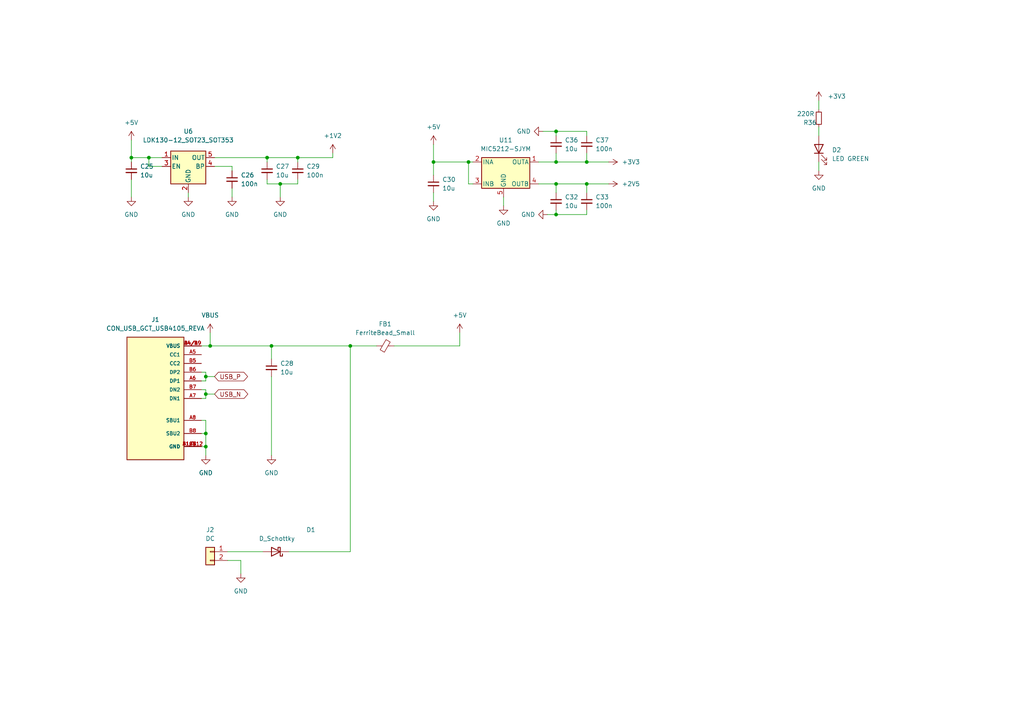
<source format=kicad_sch>
(kicad_sch (version 20211123) (generator eeschema)
  (paper "A4")
  (lib_symbols
    (symbol "1KiCadLib:CON_USB_GCT_USB4105_REVA" (pin_names (offset 1.016))
      (property "Reference" "J" (at -15.24 13.97 0))
      (property "Value" "CON_USB_GCT_USB4105_REVA" (at -12.7 -25.4 0))
      (symbol "CON_USB_GCT_USB4105_REVA_0_0"
        (rectangle (start -1.27 -22.86) (end 15.24 12.7) (stroke (width 0.254)) (fill (type background)))
        (pin power_in line (at 20.32 -19.05 180) (length 5.08) (name "GND") (number "A1/B12"))
        (pin power_in line (at 20.32 10.16 180) (length 5.08) (name "VBUS") (number "A4/B9"))
        (pin bidirectional line (at 20.32 7.62 180) (length 5.08) (name "CC1") (number "A5"))
        (pin bidirectional line (at 20.32 0 180) (length 5.08) (name "DP1") (number "A6"))
        (pin bidirectional line (at 20.32 -5.08 180) (length 5.08) (name "DN1") (number "A7"))
        (pin bidirectional line (at 20.32 -11.43 180) (length 5.08) (name "SBU1") (number "A8"))
        (pin power_in line (at 20.32 -19.05 180) (length 5.08) (name "GND") (number "B1/A12"))
        (pin power_in line (at 20.32 10.16 180) (length 5.08) (name "VBUS") (number "B4/A9"))
        (pin bidirectional line (at 20.32 5.08 180) (length 5.08) (name "CC2") (number "B5"))
        (pin bidirectional line (at 20.32 2.54 180) (length 5.08) (name "DP2") (number "B6"))
        (pin bidirectional line (at 20.32 -2.54 180) (length 5.08) (name "DN2") (number "B7"))
        (pin bidirectional line (at 20.32 -15.24 180) (length 5.08) (name "SBU2") (number "B8"))
        (pin power_in line (at 20.32 -19.05 180) (length 5.08) (name "GND") (number "G1"))
        (pin power_in line (at 20.32 -19.05 180) (length 5.08) (name "GND") (number "G2"))
        (pin power_in line (at 20.32 -19.05 180) (length 5.08) (name "GND") (number "G3"))
        (pin power_in line (at 20.32 -19.05 180) (length 5.08) (name "GND") (number "G4"))
      )
    )
    (symbol "1KiCadLib:MIC5212-SJYM" (pin_names (offset 0.254))
      (property "Reference" "U?" (at 0 10.16 0))
      (property "Value" "MIC5212-SJYM" (at 0 7.62 0))
      (symbol "MIC5212-SJYM_0_0"
        (pin power_in line (at -2.54 -7.62 90) (length 2.54) hide (name "GND") (number "6"))
        (pin power_in line (at -2.54 -7.62 90) (length 2.54) hide (name "GND") (number "7"))
        (pin power_in line (at -2.54 -7.62 90) (length 2.54) hide (name "GND") (number "8"))
      )
      (symbol "MIC5212-SJYM_0_1"
        (rectangle (start -8.89 3.81) (end 5.08 -5.08) (stroke (width 0.254)) (fill (type background)))
      )
      (symbol "MIC5212-SJYM_1_1"
        (pin power_out line (at 7.62 2.54 180) (length 2.54) (name "OUTA") (number "1"))
        (pin power_in line (at -11.43 2.54 0) (length 2.54) (name "INA") (number "2"))
        (pin power_in line (at -11.43 -3.81 0) (length 2.54) (name "INB") (number "3"))
        (pin power_out line (at 7.62 -3.81 180) (length 2.54) (name "OUTB") (number "4"))
        (pin power_in line (at -2.54 -7.62 90) (length 2.54) (name "GND") (number "5"))
      )
    )
    (symbol "Connector_Generic:Conn_01x02" (pin_names (offset 1.016) hide)
      (property "Reference" "J" (at 0 2.54 0))
      (property "Value" "Conn_01x02" (at 0 -5.08 0))
      (symbol "Conn_01x02_1_1"
        (rectangle (start -1.27 -2.413) (end 0 -2.667) (stroke (width 0.1524)))
        (rectangle (start -1.27 0.127) (end 0 -0.127) (stroke (width 0.1524)))
        (rectangle (start -1.27 1.27) (end 1.27 -3.81) (stroke (width 0.254)) (fill (type background)))
        (pin passive line (at -5.08 0 0) (length 3.81) (name "Pin_1") (number "1"))
        (pin passive line (at -5.08 -2.54 0) (length 3.81) (name "Pin_2") (number "2"))
      )
    )
    (symbol "Device:C_Small" (pin_numbers hide) (pin_names (offset 0.254) hide)
      (property "Reference" "C" (at 0.254 1.778 0))
      (property "Value" "C_Small" (at 0.254 -2.032 0))
      (symbol "C_Small_0_1"
        (polyline (pts (xy -1.524 -0.508) (xy 1.524 -0.508)) (stroke (width 0.3302)))
        (polyline (pts (xy -1.524 0.508) (xy 1.524 0.508)) (stroke (width 0.3048)))
      )
      (symbol "C_Small_1_1"
        (pin passive line (at 0 2.54 270) (length 2.032) (name "~") (number "1"))
        (pin passive line (at 0 -2.54 90) (length 2.032) (name "~") (number "2"))
      )
    )
    (symbol "Device:D_Schottky" (pin_numbers hide) (pin_names (offset 1.016) hide)
      (property "Reference" "D" (at 0 2.54 0))
      (property "Value" "D_Schottky" (at 0 -2.54 0))
      (symbol "D_Schottky_0_1"
        (polyline (pts (xy 1.27 0) (xy -1.27 0)))
        (polyline (pts (xy 1.27 1.27) (xy 1.27 -1.27) (xy -1.27 0) (xy 1.27 1.27)) (stroke (width 0.254)))
        (polyline (pts (xy -1.905 0.635) (xy -1.905 1.27) (xy -1.27 1.27) (xy -1.27 -1.27) (xy -0.635 -1.27) (xy -0.635 -0.635)) (stroke (width 0.254)))
      )
      (symbol "D_Schottky_1_1"
        (pin passive line (at -3.81 0 0) (length 2.54) (name "K") (number "1"))
        (pin passive line (at 3.81 0 180) (length 2.54) (name "A") (number "2"))
      )
    )
    (symbol "Device:FerriteBead_Small" (pin_numbers hide) (pin_names (offset 0))
      (property "Reference" "FB" (at 1.905 1.27 0))
      (property "Value" "FerriteBead_Small" (at 1.905 -1.27 0))
      (symbol "FerriteBead_Small_0_1"
        (polyline (pts (xy 0 -1.27) (xy 0 -0.7874)))
        (polyline (pts (xy 0 0.889) (xy 0 1.2954)))
        (polyline (pts (xy -1.8288 0.2794) (xy -1.1176 1.4986) (xy 1.8288 -0.2032) (xy 1.1176 -1.4224) (xy -1.8288 0.2794)))
      )
      (symbol "FerriteBead_Small_1_1"
        (pin passive line (at 0 2.54 270) (length 1.27) (name "~") (number "1"))
        (pin passive line (at 0 -2.54 90) (length 1.27) (name "~") (number "2"))
      )
    )
    (symbol "Device:LED" (pin_numbers hide) (pin_names (offset 1.016) hide)
      (property "Reference" "D" (at 0 2.54 0))
      (property "Value" "LED" (at 0 -2.54 0))
      (symbol "LED_0_1"
        (polyline (pts (xy -1.27 -1.27) (xy -1.27 1.27)) (stroke (width 0.254)))
        (polyline (pts (xy -1.27 0) (xy 1.27 0)))
        (polyline (pts (xy 1.27 -1.27) (xy 1.27 1.27) (xy -1.27 0) (xy 1.27 -1.27)) (stroke (width 0.254)))
        (polyline (pts (xy -3.048 -0.762) (xy -4.572 -2.286) (xy -3.81 -2.286) (xy -4.572 -2.286) (xy -4.572 -1.524)))
        (polyline (pts (xy -1.778 -0.762) (xy -3.302 -2.286) (xy -2.54 -2.286) (xy -3.302 -2.286) (xy -3.302 -1.524)))
      )
      (symbol "LED_1_1"
        (pin passive line (at -3.81 0 0) (length 2.54) (name "K") (number "1"))
        (pin passive line (at 3.81 0 180) (length 2.54) (name "A") (number "2"))
      )
    )
    (symbol "Device:R_Small" (pin_numbers hide) (pin_names (offset 0.254) hide)
      (property "Reference" "R" (at 0.762 0.508 0))
      (property "Value" "R_Small" (at 0.762 -1.016 0))
      (symbol "R_Small_0_1"
        (rectangle (start -0.762 1.778) (end 0.762 -1.778) (stroke (width 0.2032)))
      )
      (symbol "R_Small_1_1"
        (pin passive line (at 0 2.54 270) (length 0.762) (name "~") (number "1"))
        (pin passive line (at 0 -2.54 90) (length 0.762) (name "~") (number "2"))
      )
    )
    (symbol "Regulator_Linear:LDK130-12_SOT23_SOT353" (pin_names (offset 0.254))
      (property "Reference" "U" (at -3.81 5.715 0))
      (property "Value" "LDK130-12_SOT23_SOT353" (at 0 5.715 0))
      (symbol "LDK130-12_SOT23_SOT353_0_1"
        (rectangle (start -5.08 4.445) (end 5.08 -5.08) (stroke (width 0.254)) (fill (type background)))
      )
      (symbol "LDK130-12_SOT23_SOT353_1_1"
        (pin power_in line (at -7.62 2.54 0) (length 2.54) (name "IN") (number "1"))
        (pin power_in line (at 0 -7.62 90) (length 2.54) (name "GND") (number "2"))
        (pin input line (at -7.62 0 0) (length 2.54) (name "EN") (number "3"))
        (pin passive line (at 7.62 0 180) (length 2.54) (name "BP") (number "4"))
        (pin power_out line (at 7.62 2.54 180) (length 2.54) (name "OUT") (number "5"))
      )
    )
    (symbol "power:+1V2" (power) (pin_names (offset 0))
      (property "Value" "+1V2" (at 0 3.556 0))
      (symbol "+1V2_0_1"
        (polyline (pts (xy -0.762 1.27) (xy 0 2.54)))
        (polyline (pts (xy 0 0) (xy 0 2.54)))
        (polyline (pts (xy 0 2.54) (xy 0.762 1.27)))
      )
      (symbol "+1V2_1_1"
        (pin power_in line (at 0 0 90) (length 0) hide (name "+1V2") (number "1"))
      )
    )
    (symbol "power:+2V5" (power) (pin_names (offset 0))
      (property "Value" "+2V5" (at 0 3.556 0))
      (symbol "+2V5_0_1"
        (polyline (pts (xy -0.762 1.27) (xy 0 2.54)))
        (polyline (pts (xy 0 0) (xy 0 2.54)))
        (polyline (pts (xy 0 2.54) (xy 0.762 1.27)))
      )
      (symbol "+2V5_1_1"
        (pin power_in line (at 0 0 90) (length 0) hide (name "+2V5") (number "1"))
      )
    )
    (symbol "power:+3.3V" (power) (pin_names (offset 0))
      (property "Value" "+3.3V" (at 0 3.556 0))
      (symbol "+3.3V_0_1"
        (polyline (pts (xy -0.762 1.27) (xy 0 2.54)))
        (polyline (pts (xy 0 0) (xy 0 2.54)))
        (polyline (pts (xy 0 2.54) (xy 0.762 1.27)))
      )
      (symbol "+3.3V_1_1"
        (pin power_in line (at 0 0 90) (length 0) hide (name "+3V3") (number "1"))
      )
    )
    (symbol "power:+5V" (power) (pin_names (offset 0))
      (property "Value" "+5V" (at 0 3.556 0))
      (symbol "+5V_0_1"
        (polyline (pts (xy -0.762 1.27) (xy 0 2.54)))
        (polyline (pts (xy 0 0) (xy 0 2.54)))
        (polyline (pts (xy 0 2.54) (xy 0.762 1.27)))
      )
      (symbol "+5V_1_1"
        (pin power_in line (at 0 0 90) (length 0) hide (name "+5V") (number "1"))
      )
    )
    (symbol "power:GND" (power) (pin_names (offset 0))
      (property "Value" "GND" (at 0 -3.81 0))
      (symbol "GND_0_1"
        (polyline (pts (xy 0 0) (xy 0 -1.27) (xy 1.27 -1.27) (xy 0 -2.54) (xy -1.27 -1.27) (xy 0 -1.27)))
      )
      (symbol "GND_1_1"
        (pin power_in line (at 0 0 270) (length 0) hide (name "GND") (number "1"))
      )
    )
    (symbol "power:VBUS" (power) (pin_names (offset 0))
      (property "Value" "VBUS" (at 0 3.81 0))
      (symbol "VBUS_0_1"
        (polyline (pts (xy -0.762 1.27) (xy 0 2.54)))
        (polyline (pts (xy 0 0) (xy 0 2.54)))
        (polyline (pts (xy 0 2.54) (xy 0.762 1.27)))
      )
      (symbol "VBUS_1_1"
        (pin power_in line (at 0 0 90) (length 0) hide (name "VBUS") (number "1"))
      )
    )
  )
  (junction (at 81.28 53.34))
  (junction (at 77.47 45.72))
  (junction (at 59.69 109.22))
  (junction (at 43.18 45.72))
  (junction (at 59.69 125.73))
  (junction (at 125.73 46.99))
  (junction (at 170.18 46.99))
  (junction (at 59.69 129.54))
  (junction (at 38.1 45.72))
  (junction (at 59.69 114.3))
  (junction (at 161.29 46.99))
  (junction (at 161.29 53.34))
  (junction (at 135.89 46.99))
  (junction (at 86.36 45.72))
  (junction (at 60.96 100.33))
  (junction (at 161.29 38.1))
  (junction (at 101.6 100.33))
  (junction (at 161.29 62.23))
  (junction (at 170.18 53.34))
  (junction (at 78.74 100.33))
  (wire (pts (xy 78.74 100.33) (xy 101.6 100.33)))
  (wire (pts (xy 77.47 53.34) (xy 81.28 53.34)))
  (wire (pts (xy 58.42 107.95) (xy 59.69 107.95)))
  (wire (pts (xy 59.69 114.3) (xy 59.69 113.03)))
  (wire (pts (xy 161.29 39.37) (xy 161.29 38.1)))
  (wire (pts (xy 237.49 46.99) (xy 237.49 49.53)))
  (wire (pts (xy 59.69 109.22) (xy 62.23 109.22)))
  (wire (pts (xy 86.36 45.72) (xy 86.36 46.99)))
  (wire (pts (xy 59.69 129.54) (xy 59.69 132.08)))
  (wire (pts (xy 38.1 52.07) (xy 38.1 57.15)))
  (wire (pts (xy 237.49 36.83) (xy 237.49 39.37)))
  (wire (pts (xy 62.23 45.72) (xy 77.47 45.72)))
  (wire (pts (xy 58.42 113.03) (xy 59.69 113.03)))
  (wire (pts (xy 146.05 57.15) (xy 146.05 59.69)))
  (wire (pts (xy 101.6 100.33) (xy 109.22 100.33)))
  (wire (pts (xy 43.18 45.72) (xy 46.99 45.72)))
  (wire (pts (xy 161.29 53.34) (xy 170.18 53.34)))
  (wire (pts (xy 156.21 46.99) (xy 161.29 46.99)))
  (wire (pts (xy 38.1 40.64) (xy 38.1 45.72)))
  (wire (pts (xy 60.96 100.33) (xy 60.96 96.52)))
  (wire (pts (xy 43.18 48.26) (xy 43.18 45.72)))
  (wire (pts (xy 125.73 55.88) (xy 125.73 58.42)))
  (wire (pts (xy 161.29 38.1) (xy 157.48 38.1)))
  (wire (pts (xy 170.18 38.1) (xy 161.29 38.1)))
  (wire (pts (xy 161.29 46.99) (xy 170.18 46.99)))
  (wire (pts (xy 161.29 53.34) (xy 161.29 55.88)))
  (wire (pts (xy 170.18 53.34) (xy 170.18 55.88)))
  (wire (pts (xy 58.42 125.73) (xy 59.69 125.73)))
  (wire (pts (xy 58.42 115.57) (xy 59.69 115.57)))
  (wire (pts (xy 59.69 125.73) (xy 59.69 129.54)))
  (wire (pts (xy 81.28 53.34) (xy 81.28 57.15)))
  (wire (pts (xy 59.69 121.92) (xy 59.69 125.73)))
  (wire (pts (xy 161.29 60.96) (xy 161.29 62.23)))
  (wire (pts (xy 170.18 53.34) (xy 176.53 53.34)))
  (wire (pts (xy 161.29 44.45) (xy 161.29 46.99)))
  (wire (pts (xy 58.42 121.92) (xy 59.69 121.92)))
  (wire (pts (xy 59.69 109.22) (xy 59.69 107.95)))
  (wire (pts (xy 60.96 100.33) (xy 78.74 100.33)))
  (wire (pts (xy 59.69 115.57) (xy 59.69 114.3)))
  (wire (pts (xy 170.18 39.37) (xy 170.18 38.1)))
  (wire (pts (xy 66.04 160.02) (xy 76.2 160.02)))
  (wire (pts (xy 86.36 45.72) (xy 96.52 45.72)))
  (wire (pts (xy 58.42 100.33) (xy 60.96 100.33)))
  (wire (pts (xy 161.29 62.23) (xy 170.18 62.23)))
  (wire (pts (xy 125.73 41.91) (xy 125.73 46.99)))
  (wire (pts (xy 67.31 48.26) (xy 67.31 49.53)))
  (wire (pts (xy 59.69 110.49) (xy 59.69 109.22)))
  (wire (pts (xy 69.85 162.56) (xy 69.85 166.37)))
  (wire (pts (xy 38.1 45.72) (xy 38.1 46.99)))
  (wire (pts (xy 158.75 62.23) (xy 161.29 62.23)))
  (wire (pts (xy 62.23 48.26) (xy 67.31 48.26)))
  (wire (pts (xy 78.74 104.14) (xy 78.74 100.33)))
  (wire (pts (xy 67.31 54.61) (xy 67.31 57.15)))
  (wire (pts (xy 156.21 53.34) (xy 161.29 53.34)))
  (wire (pts (xy 135.89 46.99) (xy 137.16 46.99)))
  (wire (pts (xy 81.28 53.34) (xy 86.36 53.34)))
  (wire (pts (xy 170.18 44.45) (xy 170.18 46.99)))
  (wire (pts (xy 43.18 45.72) (xy 38.1 45.72)))
  (wire (pts (xy 66.04 162.56) (xy 69.85 162.56)))
  (wire (pts (xy 86.36 53.34) (xy 86.36 52.07)))
  (wire (pts (xy 170.18 62.23) (xy 170.18 60.96)))
  (wire (pts (xy 170.18 46.99) (xy 176.53 46.99)))
  (wire (pts (xy 77.47 52.07) (xy 77.47 53.34)))
  (wire (pts (xy 96.52 45.72) (xy 96.52 44.45)))
  (wire (pts (xy 237.49 29.21) (xy 237.49 31.75)))
  (wire (pts (xy 135.89 53.34) (xy 135.89 46.99)))
  (wire (pts (xy 78.74 132.08) (xy 78.74 109.22)))
  (wire (pts (xy 58.42 129.54) (xy 59.69 129.54)))
  (wire (pts (xy 77.47 45.72) (xy 77.47 46.99)))
  (wire (pts (xy 133.35 100.33) (xy 133.35 96.52)))
  (wire (pts (xy 101.6 100.33) (xy 101.6 160.02)))
  (wire (pts (xy 125.73 46.99) (xy 125.73 50.8)))
  (wire (pts (xy 137.16 53.34) (xy 135.89 53.34)))
  (wire (pts (xy 46.99 48.26) (xy 43.18 48.26)))
  (wire (pts (xy 77.47 45.72) (xy 86.36 45.72)))
  (wire (pts (xy 59.69 114.3) (xy 62.23 114.3)))
  (wire (pts (xy 101.6 160.02) (xy 83.82 160.02)))
  (wire (pts (xy 135.89 46.99) (xy 125.73 46.99)))
  (wire (pts (xy 58.42 110.49) (xy 59.69 110.49)))
  (wire (pts (xy 54.61 55.88) (xy 54.61 57.15)))
  (wire (pts (xy 114.3 100.33) (xy 133.35 100.33)))
  (global_label "USB_N" (shape bidirectional) (at 62.23 114.3 0) (property "Intersheet References" "${INTERSHEET_REFS}" (effects hide)))
  (global_label "USB_P" (shape bidirectional) (at 62.23 109.22 0) (property "Intersheet References" "${INTERSHEET_REFS}" (effects hide)))
  (symbol (lib_id "power:GND") (at 69.85 166.37 0) (unit 1)
    (property "Reference" "#PWR030" (effects hide))
    (property "Value" "GND" (at 69.85 171.45 0))
  )
  (symbol (lib_id "power:+2V5") (at 176.53 53.34 270) (unit 1)
    (property "Reference" "#PWR0115" (effects hide))
    (property "Value" "+2V5" (at 180.34 53.3399 90) (effects (justify left)))
  )
  (symbol (lib_id "power:GND") (at 78.74 132.08 0) (unit 1)
    (property "Reference" "#PWR035" (effects hide))
    (property "Value" "GND" (at 78.74 137.16 0))
  )
  (symbol (lib_id "power:GND") (at 54.61 57.15 0) (unit 1)
    (property "Reference" "#PWR031" (effects hide))
    (property "Value" "GND" (at 54.61 62.23 0))
  )
  (symbol (lib_id "Device:C_Small") (at 161.29 41.91 0) (unit 1)
    (property "Reference" "C36" (at 163.83 40.6462 0) (effects (justify left)))
    (property "Value" "10u" (at 163.83 43.1862 0) (effects (justify left)))
    (property "Footprint" "Capacitor_SMD:C_0805_2012Metric" (effects hide))
  )
  (symbol (lib_id "Device:C_Small") (at 67.31 52.07 0) (unit 1)
    (property "Reference" "C26" (at 69.85 50.8062 0) (effects (justify left)))
    (property "Value" "100n" (at 69.85 53.3462 0) (effects (justify left)))
    (property "Footprint" "Capacitor_SMD:C_0603_1608Metric" (effects hide))
  )
  (symbol (lib_id "Device:C_Small") (at 170.18 41.91 0) (unit 1)
    (property "Reference" "C37" (at 172.72 40.6462 0) (effects (justify left)))
    (property "Value" "100n" (at 172.72 43.1862 0) (effects (justify left)))
    (property "Footprint" "Capacitor_SMD:C_0603_1608Metric" (effects hide))
  )
  (symbol (lib_id "power:+5V") (at 125.73 41.91 0) (unit 1)
    (property "Reference" "#PWR0112" (effects hide))
    (property "Value" "+5V" (at 125.73 36.83 0))
  )
  (symbol (lib_id "power:GND") (at 67.31 57.15 0) (unit 1)
    (property "Reference" "#PWR034" (effects hide))
    (property "Value" "GND" (at 67.31 62.23 0))
  )
  (symbol (lib_id "Connector_Generic:Conn_01x02") (at 60.96 160.02 0) (mirror y) (unit 1)
    (property "Reference" "J2" (at 60.96 153.67 0))
    (property "Value" "DC" (at 60.96 156.21 0))
    (property "Footprint" "1KiCadLib:JST_S2B-PH-SM4-TB(LF)(SN)" (effects hide))
  )
  (symbol (lib_id "Regulator_Linear:LDK130-12_SOT23_SOT353") (at 54.61 48.26 0) (unit 1)
    (property "Reference" "U6" (at 54.61 38.1 0))
    (property "Value" "LDK130-12_SOT23_SOT353" (at 54.61 40.64 0))
    (property "Footprint" "Package_TO_SOT_SMD:SOT-23-5" (effects hide))
    (property "Datasheet" "http://www.st.com/content/ccc/resource/technical/document/datasheet/29/10/f7/87/2f/66/47/f4/DM00076097.pdf/files/DM00076097.pdf/jcr:content/translations/en.DM00076097.pdf" (effects hide))
  )
  (symbol (lib_id "power:+5V") (at 38.1 40.64 0) (unit 1)
    (property "Reference" "#PWR028" (effects hide))
    (property "Value" "+5V" (at 38.1 35.56 0))
  )
  (symbol (lib_id "Device:D_Schottky") (at 80.01 160.02 180) (unit 1)
    (property "Reference" "D1" (at 90.17 153.67 0))
    (property "Value" "D_Schottky" (at 80.3275 156.21 0))
    (property "Footprint" "Diode_SMD:D_SOD-123" (effects hide))
  )
  (symbol (lib_id "Device:C_Small") (at 78.74 106.68 0) (unit 1)
    (property "Reference" "C28" (at 81.28 105.4162 0) (effects (justify left)))
    (property "Value" "10u" (at 81.28 107.9562 0) (effects (justify left)))
    (property "Footprint" "Capacitor_SMD:C_0805_2012Metric" (effects hide))
  )
  (symbol (lib_id "Device:FerriteBead_Small") (at 111.76 100.33 90) (unit 1)
    (property "Reference" "FB1" (at 111.7219 93.98 90))
    (property "Value" "FerriteBead_Small" (at 111.7219 96.52 90))
    (property "Footprint" "Capacitor_SMD:C_1206_3216Metric" (effects hide))
  )
  (symbol (lib_id "Device:C_Small") (at 38.1 49.53 0) (unit 1)
    (property "Reference" "C25" (at 40.64 48.2662 0) (effects (justify left)))
    (property "Value" "10u" (at 40.64 50.8062 0) (effects (justify left)))
    (property "Footprint" "Capacitor_SMD:C_0805_2012Metric" (effects hide))
  )
  (symbol (lib_id "Device:LED") (at 237.49 43.18 90) (unit 1)
    (property "Reference" "D2" (at 241.3 43.4974 90) (effects (justify right)))
    (property "Value" "LED GREEN" (at 241.3 46.0374 90) (effects (justify right)))
    (property "Footprint" "LED_SMD:LED_0603_1608Metric" (effects hide))
  )
  (symbol (lib_id "Device:C_Small") (at 170.18 58.42 0) (unit 1)
    (property "Reference" "C33" (at 172.72 57.1562 0) (effects (justify left)))
    (property "Value" "100n" (at 172.72 59.6962 0) (effects (justify left)))
    (property "Footprint" "Capacitor_SMD:C_0603_1608Metric" (effects hide))
  )
  (symbol (lib_id "power:+3.3V") (at 237.49 29.21 0) (unit 1)
    (property "Reference" "#PWR014" (effects hide))
    (property "Value" "+3.3V" (at 240.03 27.9399 0) (effects (justify left)))
  )
  (symbol (lib_id "power:GND") (at 81.28 57.15 0) (unit 1)
    (property "Reference" "#PWR036" (effects hide))
    (property "Value" "GND" (at 81.28 62.23 0))
  )
  (symbol (lib_id "1KiCadLib:CON_USB_GCT_USB4105_REVA") (at 38.1 110.49 0) (unit 1)
    (property "Reference" "J1" (at 45.085 92.71 0))
    (property "Value" "CON_USB_GCT_USB4105_REVA" (at 45.085 95.25 0))
    (property "Footprint" "1KiCadLib:CON_USB_GCT_USB4105_REVA" (effects hide))
    (property "MAXIMUM_PACKAGE_HEIGHT" "3.31 mm" (effects hide))
    (property "MANUFACTURER" "GCT" (effects hide))
    (property "PARTREV" "0.2" (effects hide))
    (property "STANDARD" "Manufacturer Recommendations" (effects hide))
  )
  (symbol (lib_id "power:GND") (at 237.49 49.53 0) (unit 1)
    (property "Reference" "#PWR015" (effects hide))
    (property "Value" "GND" (at 237.49 54.61 0))
  )
  (symbol (lib_id "power:GND") (at 146.05 59.69 0) (unit 1)
    (property "Reference" "#PWR0111" (effects hide))
    (property "Value" "GND" (at 146.05 64.77 0))
  )
  (symbol (lib_id "power:+3.3V") (at 176.53 46.99 270) (unit 1)
    (property "Reference" "#PWR050" (effects hide))
    (property "Value" "+3.3V" (at 180.34 46.9899 90) (effects (justify left)))
  )
  (symbol (lib_id "power:GND") (at 157.48 38.1 270) (unit 1)
    (property "Reference" "#PWR0114" (effects hide))
    (property "Value" "GND" (at 149.86 38.1 90) (effects (justify left)))
  )
  (symbol (lib_id "Device:C_Small") (at 77.47 49.53 0) (unit 1)
    (property "Reference" "C27" (at 80.01 48.2662 0) (effects (justify left)))
    (property "Value" "10u" (at 80.01 50.8062 0) (effects (justify left)))
    (property "Footprint" "Capacitor_SMD:C_0805_2012Metric" (effects hide))
  )
  (symbol (lib_id "power:GND") (at 125.73 58.42 0) (unit 1)
    (property "Reference" "#PWR0113" (effects hide))
    (property "Value" "GND" (at 125.73 63.5 0))
  )
  (symbol (lib_id "Device:R_Small") (at 237.49 34.29 180) (unit 1)
    (property "Reference" "R36" (at 234.95 35.56 0))
    (property "Value" "220R" (at 233.68 33.02 0))
    (property "Footprint" "Resistor_SMD:R_0603_1608Metric" (effects hide))
  )
  (symbol (lib_id "1KiCadLib:MIC5212-SJYM") (at 148.59 49.53 0) (unit 1)
    (property "Reference" "U11" (at 146.685 40.64 0))
    (property "Value" "MIC5212-SJYM" (at 146.685 43.18 0))
    (property "Footprint" "Package_SO:SOIC-8_3.9x4.9mm_P1.27mm" (effects hide))
    (property "Datasheet" "https://www.mouser.com/datasheet/2/268/MIC5212_Dual_500mA_LDO_Regulator_DS20005774B-2907926.pdf" (effects hide))
  )
  (symbol (lib_id "power:GND") (at 59.69 132.08 0) (unit 1)
    (property "Reference" "#PWR032" (effects hide))
    (property "Value" "GND" (at 59.69 137.16 0))
  )
  (symbol (lib_id "power:GND") (at 158.75 62.23 270) (unit 1)
    (property "Reference" "#PWR0116" (effects hide))
    (property "Value" "GND" (at 151.13 62.23 90) (effects (justify left)))
  )
  (symbol (lib_id "Device:C_Small") (at 161.29 58.42 0) (unit 1)
    (property "Reference" "C32" (at 163.83 57.1562 0) (effects (justify left)))
    (property "Value" "10u" (at 163.83 59.6962 0) (effects (justify left)))
    (property "Footprint" "Capacitor_SMD:C_0805_2012Metric" (effects hide))
  )
  (symbol (lib_id "power:VBUS") (at 60.96 96.52 0) (unit 1)
    (property "Reference" "#PWR033" (effects hide))
    (property "Value" "VBUS" (at 60.96 91.44 0))
  )
  (symbol (lib_id "power:+5V") (at 133.35 96.52 0) (unit 1)
    (property "Reference" "#PWR040" (effects hide))
    (property "Value" "+5V" (at 133.35 91.44 0))
  )
  (symbol (lib_id "Device:C_Small") (at 86.36 49.53 0) (unit 1)
    (property "Reference" "C29" (at 88.9 48.2662 0) (effects (justify left)))
    (property "Value" "100n" (at 88.9 50.8062 0) (effects (justify left)))
    (property "Footprint" "Capacitor_SMD:C_0603_1608Metric" (effects hide))
  )
  (symbol (lib_id "power:+1V2") (at 96.52 44.45 0) (unit 1)
    (property "Reference" "#PWR037" (effects hide))
    (property "Value" "+1V2" (at 96.52 39.37 0))
  )
  (symbol (lib_id "power:GND") (at 38.1 57.15 0) (unit 1)
    (property "Reference" "#PWR029" (effects hide))
    (property "Value" "GND" (at 38.1 62.23 0))
  )
  (symbol (lib_id "Device:C_Small") (at 125.73 53.34 0) (unit 1)
    (property "Reference" "C30" (at 128.27 52.0762 0) (effects (justify left)))
    (property "Value" "10u" (at 128.27 54.6162 0) (effects (justify left)))
    (property "Footprint" "Capacitor_SMD:C_0805_2012Metric" (effects hide))
  )
)
</source>
